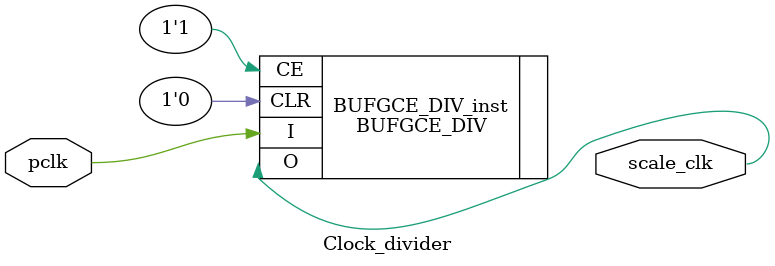
<source format=v>
/*************************************************************************
> File Name: Clock_divider.v
> Description: Clock Generation for scale module
> Author: 10xEngineers
> Mail: isp@10xengineers.ai
************************************************************************/
`timescale 1ns / 1ps

module Clock_divider 
    #(
        parameter CLK_DIVIDER = 1
    )
    (
        input pclk,
        output scale_clk           
    );
    
// BUFGCE_DIV: General Clock Buffer with Divide Function
//             UltraScale
// Xilinx HDL Language Template, version 2022.1

    BUFGCE_DIV #(
        .BUFGCE_DIVIDE(CLK_DIVIDER),              // 1-8
        // Programmable Inversion Attributes: Specifies built-in programmable inversion on specific pins
        .IS_CE_INVERTED(1'b0),          // Optional inversion for CE
        .IS_CLR_INVERTED(1'b0),         // Optional inversion for CLR
        .IS_I_INVERTED(1'b0),           // Optional inversion for I
        .SIM_DEVICE("ULTRASCALE_PLUS")  // ULTRASCALE, ULTRASCALE_PLUS
    )
    BUFGCE_DIV_inst (
        .O(scale_clk),     // 1-bit output: Buffer
        .CE(1'b1),   // 1-bit input: Buffer enable
        .CLR(1'b0), // 1-bit input: Asynchronous clear
        .I(pclk)      // 1-bit input: Buffer
    );

// End of BUFGCE_DIV_inst instantiation
endmodule

</source>
